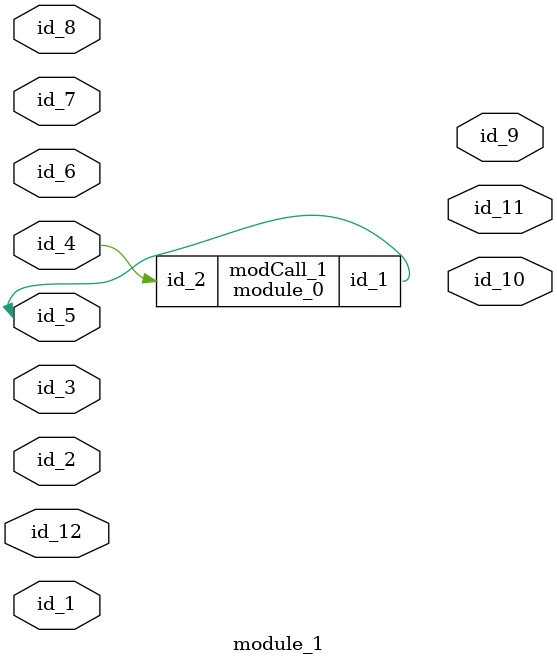
<source format=v>
module module_0 (
    id_1,
    id_2
);
  input wire id_2;
  inout wire id_1;
  wire id_3;
  assign id_3 = id_3;
endmodule
module module_1 (
    id_1,
    id_2,
    id_3,
    id_4,
    id_5,
    id_6,
    id_7,
    id_8,
    id_9,
    id_10,
    id_11,
    id_12
);
  input wire id_12;
  output wire id_11;
  output wire id_10;
  output wire id_9;
  input wire id_8;
  input wire id_7;
  input wire id_6;
  inout wire id_5;
  input wire id_4;
  inout wire id_3;
  input wire id_2;
  inout wire id_1;
  module_0 modCall_1 (
      id_5,
      id_4
  );
endmodule

</source>
